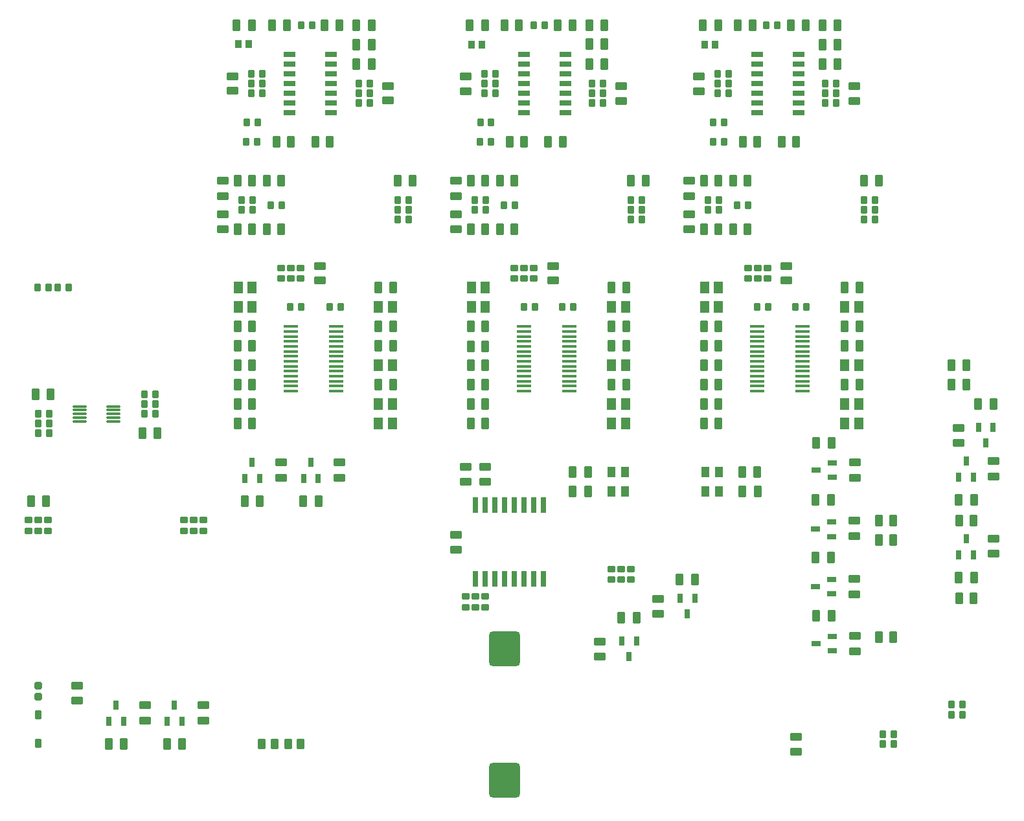
<source format=gtp>
G04*
G04 #@! TF.GenerationSoftware,Altium Limited,Altium Designer,19.0.15 (446)*
G04*
G04 Layer_Color=8421504*
%FSLAX25Y25*%
%MOIN*%
G70*
G01*
G75*
%ADD16R,0.05118X0.05906*%
G04:AMPARAMS|DCode=17|XSize=57.09mil|YSize=39.37mil|CornerRadius=3.94mil|HoleSize=0mil|Usage=FLASHONLY|Rotation=90.000|XOffset=0mil|YOffset=0mil|HoleType=Round|Shape=RoundedRectangle|*
%AMROUNDEDRECTD17*
21,1,0.05709,0.03150,0,0,90.0*
21,1,0.04921,0.03937,0,0,90.0*
1,1,0.00787,0.01575,0.02461*
1,1,0.00787,0.01575,-0.02461*
1,1,0.00787,-0.01575,-0.02461*
1,1,0.00787,-0.01575,0.02461*
%
%ADD17ROUNDEDRECTD17*%
G04:AMPARAMS|DCode=18|XSize=37.01mil|YSize=31.5mil|CornerRadius=3.15mil|HoleSize=0mil|Usage=FLASHONLY|Rotation=90.000|XOffset=0mil|YOffset=0mil|HoleType=Round|Shape=RoundedRectangle|*
%AMROUNDEDRECTD18*
21,1,0.03701,0.02520,0,0,90.0*
21,1,0.03071,0.03150,0,0,90.0*
1,1,0.00630,0.01260,0.01535*
1,1,0.00630,0.01260,-0.01535*
1,1,0.00630,-0.01260,-0.01535*
1,1,0.00630,-0.01260,0.01535*
%
%ADD18ROUNDEDRECTD18*%
G04:AMPARAMS|DCode=19|XSize=57.09mil|YSize=39.37mil|CornerRadius=3.94mil|HoleSize=0mil|Usage=FLASHONLY|Rotation=180.000|XOffset=0mil|YOffset=0mil|HoleType=Round|Shape=RoundedRectangle|*
%AMROUNDEDRECTD19*
21,1,0.05709,0.03150,0,0,180.0*
21,1,0.04921,0.03937,0,0,180.0*
1,1,0.00787,-0.02461,0.01575*
1,1,0.00787,0.02461,0.01575*
1,1,0.00787,0.02461,-0.01575*
1,1,0.00787,-0.02461,-0.01575*
%
%ADD19ROUNDEDRECTD19*%
G04:AMPARAMS|DCode=20|XSize=39.37mil|YSize=35.43mil|CornerRadius=3.54mil|HoleSize=0mil|Usage=FLASHONLY|Rotation=90.000|XOffset=0mil|YOffset=0mil|HoleType=Round|Shape=RoundedRectangle|*
%AMROUNDEDRECTD20*
21,1,0.03937,0.02835,0,0,90.0*
21,1,0.03228,0.03543,0,0,90.0*
1,1,0.00709,0.01417,0.01614*
1,1,0.00709,0.01417,-0.01614*
1,1,0.00709,-0.01417,-0.01614*
1,1,0.00709,-0.01417,0.01614*
%
%ADD20ROUNDEDRECTD20*%
G04:AMPARAMS|DCode=21|XSize=60.04mil|YSize=25.59mil|CornerRadius=2.56mil|HoleSize=0mil|Usage=FLASHONLY|Rotation=0.000|XOffset=0mil|YOffset=0mil|HoleType=Round|Shape=RoundedRectangle|*
%AMROUNDEDRECTD21*
21,1,0.06004,0.02047,0,0,0.0*
21,1,0.05492,0.02559,0,0,0.0*
1,1,0.00512,0.02746,-0.01024*
1,1,0.00512,-0.02746,-0.01024*
1,1,0.00512,-0.02746,0.01024*
1,1,0.00512,0.02746,0.01024*
%
%ADD21ROUNDEDRECTD21*%
G04:AMPARAMS|DCode=22|XSize=37.01mil|YSize=31.5mil|CornerRadius=3.15mil|HoleSize=0mil|Usage=FLASHONLY|Rotation=0.000|XOffset=0mil|YOffset=0mil|HoleType=Round|Shape=RoundedRectangle|*
%AMROUNDEDRECTD22*
21,1,0.03701,0.02520,0,0,0.0*
21,1,0.03071,0.03150,0,0,0.0*
1,1,0.00630,0.01535,-0.01260*
1,1,0.00630,-0.01535,-0.01260*
1,1,0.00630,-0.01535,0.01260*
1,1,0.00630,0.01535,0.01260*
%
%ADD22ROUNDEDRECTD22*%
G04:AMPARAMS|DCode=23|XSize=70.87mil|YSize=13.78mil|CornerRadius=1.38mil|HoleSize=0mil|Usage=FLASHONLY|Rotation=0.000|XOffset=0mil|YOffset=0mil|HoleType=Round|Shape=RoundedRectangle|*
%AMROUNDEDRECTD23*
21,1,0.07087,0.01102,0,0,0.0*
21,1,0.06811,0.01378,0,0,0.0*
1,1,0.00276,0.03406,-0.00551*
1,1,0.00276,-0.03406,-0.00551*
1,1,0.00276,-0.03406,0.00551*
1,1,0.00276,0.03406,0.00551*
%
%ADD23ROUNDEDRECTD23*%
G04:AMPARAMS|DCode=24|XSize=47.24mil|YSize=25.59mil|CornerRadius=2.56mil|HoleSize=0mil|Usage=FLASHONLY|Rotation=270.000|XOffset=0mil|YOffset=0mil|HoleType=Round|Shape=RoundedRectangle|*
%AMROUNDEDRECTD24*
21,1,0.04724,0.02047,0,0,270.0*
21,1,0.04213,0.02559,0,0,270.0*
1,1,0.00512,-0.01024,-0.02106*
1,1,0.00512,-0.01024,0.02106*
1,1,0.00512,0.01024,0.02106*
1,1,0.00512,0.01024,-0.02106*
%
%ADD24ROUNDEDRECTD24*%
G04:AMPARAMS|DCode=25|XSize=47.24mil|YSize=25.59mil|CornerRadius=2.56mil|HoleSize=0mil|Usage=FLASHONLY|Rotation=180.000|XOffset=0mil|YOffset=0mil|HoleType=Round|Shape=RoundedRectangle|*
%AMROUNDEDRECTD25*
21,1,0.04724,0.02047,0,0,180.0*
21,1,0.04213,0.02559,0,0,180.0*
1,1,0.00512,-0.02106,0.01024*
1,1,0.00512,0.02106,0.01024*
1,1,0.00512,0.02106,-0.01024*
1,1,0.00512,-0.02106,-0.01024*
%
%ADD25ROUNDEDRECTD25*%
G04:AMPARAMS|DCode=26|XSize=82.68mil|YSize=27.56mil|CornerRadius=2.76mil|HoleSize=0mil|Usage=FLASHONLY|Rotation=90.000|XOffset=0mil|YOffset=0mil|HoleType=Round|Shape=RoundedRectangle|*
%AMROUNDEDRECTD26*
21,1,0.08268,0.02205,0,0,90.0*
21,1,0.07717,0.02756,0,0,90.0*
1,1,0.00551,0.01102,0.03858*
1,1,0.00551,0.01102,-0.03858*
1,1,0.00551,-0.01102,-0.03858*
1,1,0.00551,-0.01102,0.03858*
%
%ADD26ROUNDEDRECTD26*%
G04:AMPARAMS|DCode=27|XSize=54.72mil|YSize=37.8mil|CornerRadius=3.78mil|HoleSize=0mil|Usage=FLASHONLY|Rotation=90.000|XOffset=0mil|YOffset=0mil|HoleType=Round|Shape=RoundedRectangle|*
%AMROUNDEDRECTD27*
21,1,0.05472,0.03024,0,0,90.0*
21,1,0.04717,0.03780,0,0,90.0*
1,1,0.00756,0.01512,0.02358*
1,1,0.00756,0.01512,-0.02358*
1,1,0.00756,-0.01512,-0.02358*
1,1,0.00756,-0.01512,0.02358*
%
%ADD27ROUNDEDRECTD27*%
G04:AMPARAMS|DCode=28|XSize=37.4mil|YSize=37.4mil|CornerRadius=4.68mil|HoleSize=0mil|Usage=FLASHONLY|Rotation=270.000|XOffset=0mil|YOffset=0mil|HoleType=Round|Shape=RoundedRectangle|*
%AMROUNDEDRECTD28*
21,1,0.03740,0.02805,0,0,270.0*
21,1,0.02805,0.03740,0,0,270.0*
1,1,0.00935,-0.01403,-0.01403*
1,1,0.00935,-0.01403,0.01403*
1,1,0.00935,0.01403,0.01403*
1,1,0.00935,0.01403,-0.01403*
%
%ADD28ROUNDEDRECTD28*%
G04:AMPARAMS|DCode=29|XSize=45.28mil|YSize=31.5mil|CornerRadius=3.15mil|HoleSize=0mil|Usage=FLASHONLY|Rotation=270.000|XOffset=0mil|YOffset=0mil|HoleType=Round|Shape=RoundedRectangle|*
%AMROUNDEDRECTD29*
21,1,0.04528,0.02520,0,0,270.0*
21,1,0.03898,0.03150,0,0,270.0*
1,1,0.00630,-0.01260,-0.01949*
1,1,0.00630,-0.01260,0.01949*
1,1,0.00630,0.01260,0.01949*
1,1,0.00630,0.01260,-0.01949*
%
%ADD29ROUNDEDRECTD29*%
G04:AMPARAMS|DCode=30|XSize=70.87mil|YSize=11.42mil|CornerRadius=1.14mil|HoleSize=0mil|Usage=FLASHONLY|Rotation=0.000|XOffset=0mil|YOffset=0mil|HoleType=Round|Shape=RoundedRectangle|*
%AMROUNDEDRECTD30*
21,1,0.07087,0.00913,0,0,0.0*
21,1,0.06858,0.01142,0,0,0.0*
1,1,0.00228,0.03429,-0.00457*
1,1,0.00228,-0.03429,-0.00457*
1,1,0.00228,-0.03429,0.00457*
1,1,0.00228,0.03429,0.00457*
%
%ADD30ROUNDEDRECTD30*%
G04:AMPARAMS|DCode=31|XSize=43.31mil|YSize=55.12mil|CornerRadius=5.41mil|HoleSize=0mil|Usage=FLASHONLY|Rotation=180.000|XOffset=0mil|YOffset=0mil|HoleType=Round|Shape=RoundedRectangle|*
%AMROUNDEDRECTD31*
21,1,0.04331,0.04429,0,0,180.0*
21,1,0.03248,0.05512,0,0,180.0*
1,1,0.01083,-0.01624,0.02215*
1,1,0.01083,0.01624,0.02215*
1,1,0.01083,0.01624,-0.02215*
1,1,0.01083,-0.01624,-0.02215*
%
%ADD31ROUNDEDRECTD31*%
G04:AMPARAMS|DCode=32|XSize=177.17mil|YSize=157.48mil|CornerRadius=15.75mil|HoleSize=0mil|Usage=FLASHONLY|Rotation=90.000|XOffset=0mil|YOffset=0mil|HoleType=Round|Shape=RoundedRectangle|*
%AMROUNDEDRECTD32*
21,1,0.17717,0.12598,0,0,90.0*
21,1,0.14567,0.15748,0,0,90.0*
1,1,0.03150,0.06299,0.07284*
1,1,0.03150,0.06299,-0.07284*
1,1,0.03150,-0.06299,-0.07284*
1,1,0.03150,-0.06299,0.07284*
%
%ADD32ROUNDEDRECTD32*%
D16*
X442087Y195000D02*
D03*
X435000D02*
D03*
X442087Y205000D02*
D03*
X435000D02*
D03*
X442087Y225000D02*
D03*
X435000D02*
D03*
X442087Y255000D02*
D03*
X435000D02*
D03*
X370000D02*
D03*
X362913D02*
D03*
X370000Y265000D02*
D03*
X362913D02*
D03*
X322087Y255000D02*
D03*
X315000D02*
D03*
X322087Y225000D02*
D03*
X315000D02*
D03*
X322087Y205000D02*
D03*
X315000D02*
D03*
X322087Y195000D02*
D03*
X315000D02*
D03*
X250000Y265000D02*
D03*
X242913D02*
D03*
X250000Y255000D02*
D03*
X242913D02*
D03*
X202087Y195000D02*
D03*
X195000D02*
D03*
X202087Y205000D02*
D03*
X195000D02*
D03*
X202087Y225000D02*
D03*
X195000D02*
D03*
X202087Y255000D02*
D03*
X195000D02*
D03*
X130000Y265000D02*
D03*
X122913D02*
D03*
X129803Y255000D02*
D03*
X122717D02*
D03*
D17*
X435000Y215000D02*
D03*
X442480D02*
D03*
X435000Y235059D02*
D03*
X442480D02*
D03*
X435000Y245000D02*
D03*
X442480D02*
D03*
X435000Y265000D02*
D03*
X442480D02*
D03*
X452480Y320000D02*
D03*
X445000D02*
D03*
X423386Y380000D02*
D03*
X431260D02*
D03*
X423386Y390000D02*
D03*
X431260D02*
D03*
X423386Y400000D02*
D03*
X431260D02*
D03*
X415000D02*
D03*
X407126D02*
D03*
X380000D02*
D03*
X387480D02*
D03*
X369803D02*
D03*
X361929D02*
D03*
X390000Y340000D02*
D03*
X382520D02*
D03*
X410000D02*
D03*
X402520D02*
D03*
X303386Y380000D02*
D03*
X311260D02*
D03*
X303386Y390400D02*
D03*
X311260D02*
D03*
X303386Y400000D02*
D03*
X311260D02*
D03*
X295000D02*
D03*
X287126D02*
D03*
X259803D02*
D03*
X267283D02*
D03*
X249803D02*
D03*
X241929D02*
D03*
X289803Y340000D02*
D03*
X282323D02*
D03*
X270000D02*
D03*
X262520D02*
D03*
X377520Y320000D02*
D03*
X385000D02*
D03*
X362520D02*
D03*
X370000D02*
D03*
X377520Y295000D02*
D03*
X385000D02*
D03*
X362520D02*
D03*
X370000D02*
D03*
X332480Y320000D02*
D03*
X325000D02*
D03*
X257520D02*
D03*
X265000D02*
D03*
X242520D02*
D03*
X250000D02*
D03*
X257520Y295000D02*
D03*
X265000D02*
D03*
X242520D02*
D03*
X250000D02*
D03*
X362520Y195000D02*
D03*
X370000D02*
D03*
X362520Y205000D02*
D03*
X370000D02*
D03*
X362520Y215000D02*
D03*
X370000D02*
D03*
X362520Y225000D02*
D03*
X370000D02*
D03*
X362520Y235059D02*
D03*
X370000D02*
D03*
X362520Y245000D02*
D03*
X370000D02*
D03*
X315000Y265000D02*
D03*
X322480D02*
D03*
X315000Y245000D02*
D03*
X322480D02*
D03*
X315000Y235000D02*
D03*
X322480D02*
D03*
X315000Y215000D02*
D03*
X322480D02*
D03*
X242520Y195000D02*
D03*
X250000D02*
D03*
X242520Y205000D02*
D03*
X250000D02*
D03*
X242520Y215000D02*
D03*
X250000D02*
D03*
X242520Y225000D02*
D03*
X250000D02*
D03*
X242520Y234764D02*
D03*
X250000D02*
D03*
X242520Y245000D02*
D03*
X250000D02*
D03*
X490000Y225000D02*
D03*
X497480D02*
D03*
X490000Y215000D02*
D03*
X497480D02*
D03*
X503583Y205000D02*
D03*
X511457D02*
D03*
X501417Y155709D02*
D03*
X493543D02*
D03*
X493740Y144961D02*
D03*
X501220D02*
D03*
X501417Y115870D02*
D03*
X493543D02*
D03*
X501220Y105256D02*
D03*
X493740D02*
D03*
X420354Y185000D02*
D03*
X428228D02*
D03*
X420000Y155709D02*
D03*
X427874D02*
D03*
X452520Y135000D02*
D03*
X460000D02*
D03*
X452520Y145000D02*
D03*
X460000D02*
D03*
X420000Y126063D02*
D03*
X427874D02*
D03*
X420354Y96024D02*
D03*
X428228D02*
D03*
X452520Y85000D02*
D03*
X460000D02*
D03*
X212480Y320000D02*
D03*
X205000D02*
D03*
X195000Y215000D02*
D03*
X202480D02*
D03*
X195000Y235000D02*
D03*
X202480D02*
D03*
X195000Y245000D02*
D03*
X202480D02*
D03*
X195000Y265000D02*
D03*
X202480D02*
D03*
X122520Y245000D02*
D03*
X130000D02*
D03*
X122520Y235000D02*
D03*
X130000D02*
D03*
X122520Y225000D02*
D03*
X130000D02*
D03*
X122520Y215000D02*
D03*
X130000D02*
D03*
X122520Y205000D02*
D03*
X130000D02*
D03*
X122520Y195000D02*
D03*
X130000D02*
D03*
X350000Y114803D02*
D03*
X357874D02*
D03*
X320000Y95000D02*
D03*
X327874D02*
D03*
X164134Y155000D02*
D03*
X156260D02*
D03*
X133937D02*
D03*
X126063D02*
D03*
X93937Y30000D02*
D03*
X86063D02*
D03*
X63937D02*
D03*
X56063D02*
D03*
X16260Y155000D02*
D03*
X23740D02*
D03*
X137520Y295000D02*
D03*
X145000D02*
D03*
X122520D02*
D03*
X130000D02*
D03*
X137520Y320000D02*
D03*
X145000D02*
D03*
X122520D02*
D03*
X130000D02*
D03*
X170000Y340000D02*
D03*
X162520D02*
D03*
X150000D02*
D03*
X142520D02*
D03*
X183661Y380000D02*
D03*
X191535D02*
D03*
X183661Y390000D02*
D03*
X191535D02*
D03*
X183661Y400000D02*
D03*
X191535D02*
D03*
X175000D02*
D03*
X167126D02*
D03*
X140290D02*
D03*
X147770D02*
D03*
X129803D02*
D03*
X121929D02*
D03*
X302874Y160000D02*
D03*
X295000D02*
D03*
X302874Y170000D02*
D03*
X295000D02*
D03*
X382323Y160000D02*
D03*
X390197D02*
D03*
X382126Y170000D02*
D03*
X390000D02*
D03*
X18661Y210000D02*
D03*
X26142D02*
D03*
X73661Y190000D02*
D03*
X81142D02*
D03*
D18*
X450394Y305000D02*
D03*
X444803D02*
D03*
X450394Y300000D02*
D03*
X444803D02*
D03*
X450394Y310000D02*
D03*
X444803D02*
D03*
X430394Y360000D02*
D03*
X424803D02*
D03*
X430394Y365000D02*
D03*
X424803D02*
D03*
X430394Y370000D02*
D03*
X424803D02*
D03*
X400197Y400000D02*
D03*
X394606D02*
D03*
X369606Y375000D02*
D03*
X375197D02*
D03*
X369606Y370000D02*
D03*
X375197D02*
D03*
X369606Y365000D02*
D03*
X375197D02*
D03*
X372795Y350000D02*
D03*
X367205D02*
D03*
Y340000D02*
D03*
X372795D02*
D03*
X280394Y400000D02*
D03*
X274803D02*
D03*
X310394Y370000D02*
D03*
X304803D02*
D03*
X310394Y365000D02*
D03*
X304803D02*
D03*
X310394Y360000D02*
D03*
X304803D02*
D03*
X249606Y375000D02*
D03*
X255197D02*
D03*
X249606Y370000D02*
D03*
X255197D02*
D03*
X249606Y365000D02*
D03*
X255197D02*
D03*
X247205Y340000D02*
D03*
X252795D02*
D03*
X252992Y350000D02*
D03*
X247401D02*
D03*
X364606Y310000D02*
D03*
X370197D02*
D03*
Y305000D02*
D03*
X364606D02*
D03*
X379606Y307437D02*
D03*
X385197D02*
D03*
X330394Y300000D02*
D03*
X324803D02*
D03*
X330394Y305000D02*
D03*
X324803D02*
D03*
X330394Y310000D02*
D03*
X324803D02*
D03*
X244606D02*
D03*
X250197D02*
D03*
Y305000D02*
D03*
X244606D02*
D03*
X259606Y307437D02*
D03*
X265197D02*
D03*
X409606Y255000D02*
D03*
X415197D02*
D03*
X395394D02*
D03*
X389803D02*
D03*
X289606D02*
D03*
X295197D02*
D03*
X275394D02*
D03*
X269803D02*
D03*
X495394Y45000D02*
D03*
X489803D02*
D03*
X495394Y50472D02*
D03*
X489803D02*
D03*
X454606Y35000D02*
D03*
X460197D02*
D03*
X454606Y30000D02*
D03*
X460197D02*
D03*
X204803Y305000D02*
D03*
X210394D02*
D03*
Y310000D02*
D03*
X204803D02*
D03*
X169803Y255000D02*
D03*
X175394D02*
D03*
X155197D02*
D03*
X149606D02*
D03*
X130197Y305000D02*
D03*
X124606D02*
D03*
Y310000D02*
D03*
X130197D02*
D03*
X139606Y307437D02*
D03*
X145197D02*
D03*
X127008Y340000D02*
D03*
X132598D02*
D03*
X132795Y350000D02*
D03*
X127205D02*
D03*
X129606Y370000D02*
D03*
X135197D02*
D03*
X129606Y365000D02*
D03*
X135197D02*
D03*
X129606Y375000D02*
D03*
X135197D02*
D03*
X190394Y365000D02*
D03*
X184803D02*
D03*
X190394Y370000D02*
D03*
X184803D02*
D03*
X190394Y360000D02*
D03*
X184803D02*
D03*
X160820Y400000D02*
D03*
X155229D02*
D03*
X29803Y265000D02*
D03*
X35394D02*
D03*
X25197D02*
D03*
X19606D02*
D03*
X210394Y300000D02*
D03*
X204803D02*
D03*
X25394Y190000D02*
D03*
X19803D02*
D03*
X25394Y195000D02*
D03*
X19803D02*
D03*
X25394Y200000D02*
D03*
X19803D02*
D03*
X74606D02*
D03*
X80197D02*
D03*
X74606Y205000D02*
D03*
X80197D02*
D03*
X74606Y210000D02*
D03*
X80197D02*
D03*
D19*
X440000Y361260D02*
D03*
Y368740D02*
D03*
X360000Y366260D02*
D03*
Y373740D02*
D03*
X320000Y361260D02*
D03*
Y368740D02*
D03*
X240000Y366260D02*
D03*
Y373740D02*
D03*
X355000Y312126D02*
D03*
Y320000D02*
D03*
Y295000D02*
D03*
Y302874D02*
D03*
X235000Y295000D02*
D03*
Y302874D02*
D03*
Y312126D02*
D03*
Y320000D02*
D03*
X405000Y268661D02*
D03*
Y276142D02*
D03*
X285000Y268661D02*
D03*
Y276142D02*
D03*
X493583Y185000D02*
D03*
Y192874D02*
D03*
X511417Y175748D02*
D03*
Y167874D02*
D03*
X511457Y135909D02*
D03*
Y128035D02*
D03*
X440354Y175000D02*
D03*
Y167126D02*
D03*
X440000Y145000D02*
D03*
Y137126D02*
D03*
Y115000D02*
D03*
Y107126D02*
D03*
X440354Y85669D02*
D03*
Y77795D02*
D03*
X410000Y26063D02*
D03*
Y33937D02*
D03*
X165000Y268661D02*
D03*
Y276142D02*
D03*
X338937Y96988D02*
D03*
Y104862D02*
D03*
X308937Y75000D02*
D03*
Y82874D02*
D03*
X175000Y175000D02*
D03*
Y167126D02*
D03*
X145000Y175000D02*
D03*
Y167126D02*
D03*
X249803Y172874D02*
D03*
Y165000D02*
D03*
X240000Y172874D02*
D03*
Y165000D02*
D03*
X235000Y137874D02*
D03*
Y130000D02*
D03*
X105000Y50000D02*
D03*
Y42126D02*
D03*
X75000Y50000D02*
D03*
Y42126D02*
D03*
X40000Y52520D02*
D03*
Y60000D02*
D03*
X115000Y295000D02*
D03*
Y302874D02*
D03*
Y312126D02*
D03*
Y320000D02*
D03*
X120000Y366339D02*
D03*
Y373819D02*
D03*
X200000Y361339D02*
D03*
Y368819D02*
D03*
D20*
X368307Y390000D02*
D03*
X362717D02*
D03*
X248307D02*
D03*
X242717D02*
D03*
X128307Y390400D02*
D03*
X122717D02*
D03*
D21*
X270000Y385000D02*
D03*
Y380000D02*
D03*
Y375000D02*
D03*
Y370000D02*
D03*
Y365000D02*
D03*
Y360000D02*
D03*
Y355000D02*
D03*
X291354D02*
D03*
Y360000D02*
D03*
Y365000D02*
D03*
Y370000D02*
D03*
Y375000D02*
D03*
Y380000D02*
D03*
Y385000D02*
D03*
X149323D02*
D03*
Y380000D02*
D03*
Y375000D02*
D03*
Y370000D02*
D03*
Y365000D02*
D03*
Y360000D02*
D03*
Y355000D02*
D03*
X170677D02*
D03*
Y360000D02*
D03*
Y365000D02*
D03*
Y370000D02*
D03*
Y375000D02*
D03*
Y380000D02*
D03*
Y385000D02*
D03*
X411354D02*
D03*
Y380000D02*
D03*
Y375000D02*
D03*
Y370000D02*
D03*
Y365000D02*
D03*
Y360000D02*
D03*
Y355000D02*
D03*
X390000D02*
D03*
Y360000D02*
D03*
Y365000D02*
D03*
Y370000D02*
D03*
Y375000D02*
D03*
Y380000D02*
D03*
Y385000D02*
D03*
D22*
X395197Y269606D02*
D03*
Y275197D02*
D03*
X390197Y269606D02*
D03*
Y275197D02*
D03*
X385197Y269606D02*
D03*
Y275197D02*
D03*
X275000Y269606D02*
D03*
Y275197D02*
D03*
X265000Y269606D02*
D03*
Y275197D02*
D03*
X270000Y269606D02*
D03*
Y275197D02*
D03*
X155000Y269606D02*
D03*
Y275197D02*
D03*
X150000Y269606D02*
D03*
Y275197D02*
D03*
X145000Y269606D02*
D03*
Y275197D02*
D03*
X325000Y114606D02*
D03*
Y120197D02*
D03*
X320000Y114606D02*
D03*
Y120197D02*
D03*
X314803Y114606D02*
D03*
Y120197D02*
D03*
X100000Y145394D02*
D03*
Y139803D02*
D03*
X105000Y145394D02*
D03*
Y139803D02*
D03*
X95000Y145394D02*
D03*
Y139803D02*
D03*
X245000Y100516D02*
D03*
Y106106D02*
D03*
X250000Y100516D02*
D03*
Y106106D02*
D03*
X239803Y100516D02*
D03*
Y106106D02*
D03*
X20000Y145394D02*
D03*
Y139803D02*
D03*
X25000Y145394D02*
D03*
Y139803D02*
D03*
X15000Y145394D02*
D03*
Y139803D02*
D03*
D23*
X413134Y245000D02*
D03*
Y242441D02*
D03*
Y239882D02*
D03*
Y237323D02*
D03*
Y234764D02*
D03*
Y232205D02*
D03*
Y229646D02*
D03*
Y227087D02*
D03*
Y224528D02*
D03*
Y221969D02*
D03*
Y219409D02*
D03*
Y216850D02*
D03*
Y214291D02*
D03*
Y211732D02*
D03*
X390000D02*
D03*
Y214291D02*
D03*
Y216850D02*
D03*
Y219409D02*
D03*
Y221969D02*
D03*
Y224528D02*
D03*
Y227087D02*
D03*
Y229646D02*
D03*
Y232205D02*
D03*
Y234764D02*
D03*
Y237323D02*
D03*
Y239882D02*
D03*
Y242441D02*
D03*
Y245000D02*
D03*
X293134D02*
D03*
Y242441D02*
D03*
Y239882D02*
D03*
Y237323D02*
D03*
Y234764D02*
D03*
Y232205D02*
D03*
Y229646D02*
D03*
Y227087D02*
D03*
Y224528D02*
D03*
Y221969D02*
D03*
Y219409D02*
D03*
Y216850D02*
D03*
Y214291D02*
D03*
Y211732D02*
D03*
X270000D02*
D03*
Y214291D02*
D03*
Y216850D02*
D03*
Y219409D02*
D03*
Y221969D02*
D03*
Y224528D02*
D03*
Y227087D02*
D03*
Y229646D02*
D03*
Y232205D02*
D03*
Y234764D02*
D03*
Y237323D02*
D03*
Y239882D02*
D03*
Y242441D02*
D03*
Y245000D02*
D03*
X173134D02*
D03*
Y242441D02*
D03*
Y239882D02*
D03*
Y237323D02*
D03*
Y234764D02*
D03*
Y232205D02*
D03*
Y229646D02*
D03*
Y227087D02*
D03*
Y224528D02*
D03*
Y221969D02*
D03*
Y219409D02*
D03*
Y216850D02*
D03*
Y214291D02*
D03*
Y211732D02*
D03*
X150000D02*
D03*
Y214291D02*
D03*
Y216850D02*
D03*
Y219409D02*
D03*
Y221969D02*
D03*
Y224528D02*
D03*
Y227087D02*
D03*
Y229646D02*
D03*
Y232205D02*
D03*
Y234764D02*
D03*
Y237323D02*
D03*
Y239882D02*
D03*
Y242441D02*
D03*
Y245000D02*
D03*
D24*
X511299Y193268D02*
D03*
X503740D02*
D03*
X507520Y185000D02*
D03*
X493701Y167441D02*
D03*
X501260D02*
D03*
X497480Y175709D02*
D03*
X493701Y127602D02*
D03*
X501260D02*
D03*
X497480Y135870D02*
D03*
X357717Y105256D02*
D03*
X350157D02*
D03*
X353937Y96988D02*
D03*
X327716Y83268D02*
D03*
X320157D02*
D03*
X323937Y75000D02*
D03*
X156417Y166732D02*
D03*
X163976D02*
D03*
X160197Y175000D02*
D03*
X126220Y166732D02*
D03*
X133780D02*
D03*
X130000Y175000D02*
D03*
X86220Y41732D02*
D03*
X93780D02*
D03*
X90000Y50000D02*
D03*
X56220Y41732D02*
D03*
X63780D02*
D03*
X60000Y50000D02*
D03*
D25*
X428622Y167283D02*
D03*
Y174843D02*
D03*
X420354Y171063D02*
D03*
X428268Y136929D02*
D03*
Y144488D02*
D03*
X420000Y140709D02*
D03*
X428268Y107283D02*
D03*
Y114843D02*
D03*
X420000Y111063D02*
D03*
X428622Y77953D02*
D03*
Y85512D02*
D03*
X420354Y81732D02*
D03*
D26*
X245000Y153189D02*
D03*
X250000D02*
D03*
X255000D02*
D03*
X260000D02*
D03*
X265000D02*
D03*
X270000D02*
D03*
X275000D02*
D03*
X280000D02*
D03*
Y115000D02*
D03*
X275000D02*
D03*
X270000D02*
D03*
X265000D02*
D03*
X260000D02*
D03*
X255000D02*
D03*
X250000D02*
D03*
X245000D02*
D03*
D27*
X155000Y30000D02*
D03*
X148543D02*
D03*
X135000D02*
D03*
X141457D02*
D03*
D28*
X20000Y60000D02*
D03*
Y54291D02*
D03*
D29*
Y30433D02*
D03*
Y45000D02*
D03*
D30*
X58661Y203937D02*
D03*
Y201969D02*
D03*
Y200000D02*
D03*
Y198032D02*
D03*
Y196063D02*
D03*
X41339D02*
D03*
Y198032D02*
D03*
Y200000D02*
D03*
Y201969D02*
D03*
Y203937D02*
D03*
D31*
X321890Y160000D02*
D03*
X315000D02*
D03*
Y170000D02*
D03*
X321890D02*
D03*
X363307Y160000D02*
D03*
X370197D02*
D03*
Y170000D02*
D03*
X363307D02*
D03*
D32*
X260000Y79094D02*
D03*
Y11378D02*
D03*
M02*

</source>
